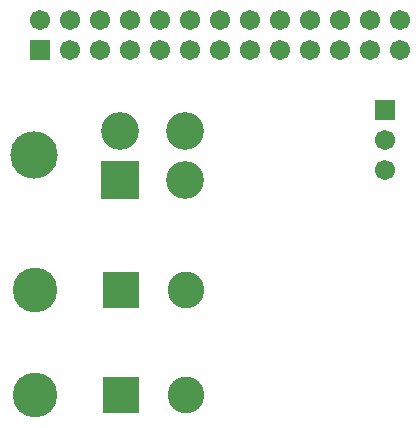
<source format=gbs>
G04 Layer_Color=16711935*
%FSLAX23Y23*%
%MOIN*%
G70*
G01*
G75*
%ADD31C,0.067*%
%ADD32R,0.067X0.067*%
%ADD33C,0.158*%
%ADD34R,0.126X0.126*%
%ADD35C,0.126*%
%ADD36C,0.149*%
%ADD37R,0.122X0.122*%
%ADD38C,0.122*%
%ADD39R,0.067X0.067*%
D31*
X2300Y4400D02*
D03*
Y4500D02*
D03*
X1150Y4900D02*
D03*
X1250Y4800D02*
D03*
Y4900D02*
D03*
X1350Y4800D02*
D03*
Y4900D02*
D03*
X1450Y4800D02*
D03*
Y4900D02*
D03*
X1550Y4800D02*
D03*
Y4900D02*
D03*
X1650Y4800D02*
D03*
Y4900D02*
D03*
X1750Y4800D02*
D03*
Y4900D02*
D03*
X1850Y4800D02*
D03*
Y4900D02*
D03*
X1950Y4800D02*
D03*
Y4900D02*
D03*
X2050Y4800D02*
D03*
Y4900D02*
D03*
X2150Y4800D02*
D03*
Y4900D02*
D03*
X2250Y4800D02*
D03*
Y4900D02*
D03*
X2350Y4800D02*
D03*
Y4900D02*
D03*
D32*
X2300Y4600D02*
D03*
D33*
X1128Y4450D02*
D03*
D34*
X1415Y4367D02*
D03*
D35*
X1632D02*
D03*
X1415Y4533D02*
D03*
X1632D02*
D03*
D36*
X1131Y4000D02*
D03*
Y3650D02*
D03*
D37*
X1418Y4000D02*
D03*
Y3650D02*
D03*
D38*
X1635Y4000D02*
D03*
Y3650D02*
D03*
D39*
X1150Y4800D02*
D03*
M02*

</source>
